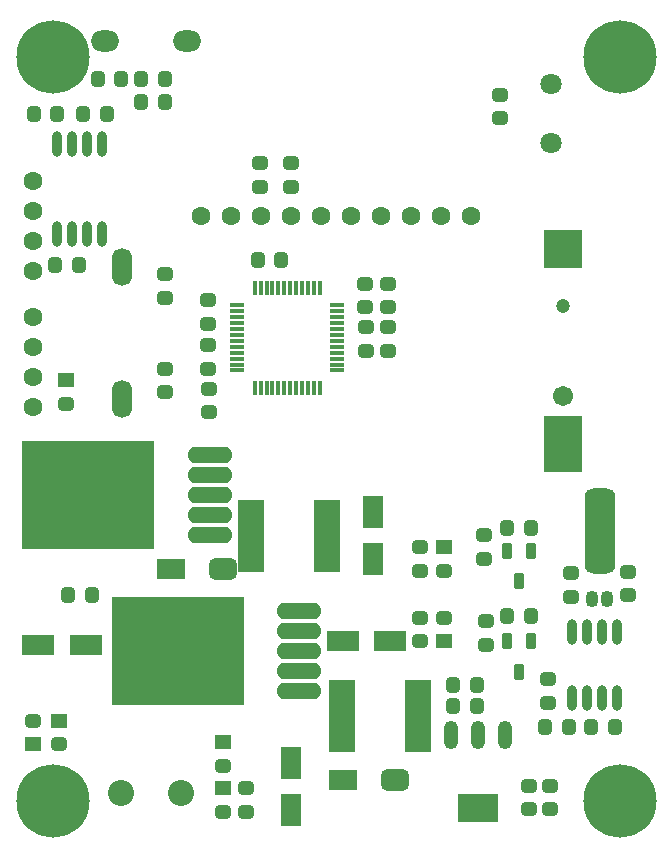
<source format=gts>
G04*
G04 #@! TF.GenerationSoftware,Altium Limited,Altium Designer,22.3.1 (43)*
G04*
G04 Layer_Color=8388736*
%FSLAX44Y44*%
%MOMM*%
G71*
G04*
G04 #@! TF.SameCoordinates,ED8E76AF-2C1D-4F3D-8887-468E79F1A133*
G04*
G04*
G04 #@! TF.FilePolarity,Negative*
G04*
G01*
G75*
%ADD34R,0.3048X1.1938*%
%ADD35R,1.1938X0.3048*%
%ADD44O,1.2032X2.4032*%
%ADD45R,3.4032X2.4032*%
G04:AMPARAMS|DCode=46|XSize=1.15mm|YSize=1.35mm|CornerRadius=0.325mm|HoleSize=0mm|Usage=FLASHONLY|Rotation=0.000|XOffset=0mm|YOffset=0mm|HoleType=Round|Shape=RoundedRectangle|*
%AMROUNDEDRECTD46*
21,1,1.1500,0.7000,0,0,0.0*
21,1,0.5000,1.3500,0,0,0.0*
1,1,0.6500,0.2500,-0.3500*
1,1,0.6500,-0.2500,-0.3500*
1,1,0.6500,-0.2500,0.3500*
1,1,0.6500,0.2500,0.3500*
%
%ADD46ROUNDEDRECTD46*%
G04:AMPARAMS|DCode=47|XSize=1.15mm|YSize=1.35mm|CornerRadius=0.325mm|HoleSize=0mm|Usage=FLASHONLY|Rotation=90.000|XOffset=0mm|YOffset=0mm|HoleType=Round|Shape=RoundedRectangle|*
%AMROUNDEDRECTD47*
21,1,1.1500,0.7000,0,0,90.0*
21,1,0.5000,1.3500,0,0,90.0*
1,1,0.6500,0.3500,0.2500*
1,1,0.6500,0.3500,-0.2500*
1,1,0.6500,-0.3500,-0.2500*
1,1,0.6500,-0.3500,0.2500*
%
%ADD47ROUNDEDRECTD47*%
%ADD48R,1.3500X1.1500*%
%ADD49O,1.7032X3.2032*%
G04:AMPARAMS|DCode=50|XSize=0.9mm|YSize=1.4mm|CornerRadius=0.275mm|HoleSize=0mm|Usage=FLASHONLY|Rotation=0.000|XOffset=0mm|YOffset=0mm|HoleType=Round|Shape=RoundedRectangle|*
%AMROUNDEDRECTD50*
21,1,0.9000,0.8500,0,0,0.0*
21,1,0.3500,1.4000,0,0,0.0*
1,1,0.5500,0.1750,-0.4250*
1,1,0.5500,-0.1750,-0.4250*
1,1,0.5500,-0.1750,0.4250*
1,1,0.5500,0.1750,0.4250*
%
%ADD50ROUNDEDRECTD50*%
%ADD51R,2.2032X6.2032*%
%ADD52R,11.2032X9.2032*%
%ADD53O,3.8032X1.4032*%
%ADD54R,1.8032X2.8032*%
%ADD55R,2.4032X1.8032*%
G04:AMPARAMS|DCode=56|XSize=1.8032mm|YSize=2.4032mm|CornerRadius=0.5016mm|HoleSize=0mm|Usage=FLASHONLY|Rotation=90.000|XOffset=0mm|YOffset=0mm|HoleType=Round|Shape=RoundedRectangle|*
%AMROUNDEDRECTD56*
21,1,1.8032,1.4000,0,0,90.0*
21,1,0.8000,2.4032,0,0,90.0*
1,1,1.0032,0.7000,0.4000*
1,1,1.0032,0.7000,-0.4000*
1,1,1.0032,-0.7000,-0.4000*
1,1,1.0032,-0.7000,0.4000*
%
%ADD56ROUNDEDRECTD56*%
%ADD57R,2.8032X1.8032*%
%ADD58O,0.8032X2.2032*%
G04:AMPARAMS|DCode=59|XSize=2.6032mm|YSize=7.2032mm|CornerRadius=0.7016mm|HoleSize=0mm|Usage=FLASHONLY|Rotation=0.000|XOffset=0mm|YOffset=0mm|HoleType=Round|Shape=RoundedRectangle|*
%AMROUNDEDRECTD59*
21,1,2.6032,5.8000,0,0,0.0*
21,1,1.2000,7.2032,0,0,0.0*
1,1,1.4032,0.6000,-2.9000*
1,1,1.4032,-0.6000,-2.9000*
1,1,1.4032,-0.6000,2.9000*
1,1,1.4032,0.6000,2.9000*
%
%ADD59ROUNDEDRECTD59*%
%ADD60O,2.4000X1.8000*%
%ADD61R,3.2032X3.2032*%
%ADD62R,3.2032X4.7032*%
%ADD63C,2.2032*%
%ADD64C,6.2000*%
%ADD65C,1.6032*%
%ADD66O,1.1000X1.4000*%
%ADD67C,1.7032*%
%ADD68C,1.2032*%
%ADD69C,1.8032*%
%ADD70C,1.6000*%
%ADD71C,1.0032*%
D34*
X206142Y384500D02*
D03*
X211142D02*
D03*
X216142D02*
D03*
X221142D02*
D03*
X226142D02*
D03*
X231142D02*
D03*
X236142D02*
D03*
X241142D02*
D03*
X246142D02*
D03*
X251142D02*
D03*
X256142D02*
D03*
X261142D02*
D03*
Y469500D02*
D03*
X256142D02*
D03*
X251142D02*
D03*
X246142D02*
D03*
X241142D02*
D03*
X236142D02*
D03*
X231142D02*
D03*
X226142D02*
D03*
X221142D02*
D03*
X216142D02*
D03*
X211142D02*
D03*
X206142D02*
D03*
D35*
X276142Y399500D02*
D03*
Y404500D02*
D03*
Y409500D02*
D03*
Y414500D02*
D03*
Y419500D02*
D03*
Y424500D02*
D03*
Y429500D02*
D03*
Y434500D02*
D03*
Y439500D02*
D03*
Y444500D02*
D03*
Y449500D02*
D03*
Y454500D02*
D03*
X191142D02*
D03*
Y449500D02*
D03*
Y444500D02*
D03*
Y439500D02*
D03*
Y434500D02*
D03*
Y429500D02*
D03*
Y424500D02*
D03*
Y419500D02*
D03*
Y414500D02*
D03*
Y409500D02*
D03*
Y404500D02*
D03*
Y399500D02*
D03*
D44*
X418000Y91000D02*
D03*
X395000D02*
D03*
X372000D02*
D03*
D45*
X395000Y29000D02*
D03*
D46*
X394000Y133000D02*
D03*
X374000D02*
D03*
X394000Y115000D02*
D03*
X374000D02*
D03*
X472000Y98000D02*
D03*
X452000D02*
D03*
X440000Y266000D02*
D03*
X420000D02*
D03*
X68000Y209000D02*
D03*
X48000D02*
D03*
X208642Y493000D02*
D03*
X228642D02*
D03*
X420000Y192000D02*
D03*
X440000D02*
D03*
X57000Y489000D02*
D03*
X37000D02*
D03*
X39000Y617000D02*
D03*
X19000D02*
D03*
X93000Y646000D02*
D03*
X73000D02*
D03*
X61000Y617000D02*
D03*
X81000D02*
D03*
X130000Y646000D02*
D03*
X110000D02*
D03*
X110000Y627000D02*
D03*
X130000D02*
D03*
X491000Y98000D02*
D03*
X511000D02*
D03*
D47*
X456000Y48000D02*
D03*
Y28000D02*
D03*
X438000Y48000D02*
D03*
Y28000D02*
D03*
X319000Y473000D02*
D03*
Y453000D02*
D03*
X46000Y371000D02*
D03*
X167000Y384000D02*
D03*
Y364000D02*
D03*
X40000Y83000D02*
D03*
X18000Y103000D02*
D03*
X237000Y555000D02*
D03*
Y575000D02*
D03*
X211000Y555000D02*
D03*
Y575000D02*
D03*
X454000Y118000D02*
D03*
Y138000D02*
D03*
X166642Y439000D02*
D03*
Y459000D02*
D03*
X179000Y26000D02*
D03*
X130000Y461000D02*
D03*
Y481000D02*
D03*
Y401000D02*
D03*
Y381000D02*
D03*
X199000Y26000D02*
D03*
Y46000D02*
D03*
X179000Y65000D02*
D03*
X522000Y229000D02*
D03*
Y209000D02*
D03*
X474000Y228000D02*
D03*
Y208000D02*
D03*
X366000Y190000D02*
D03*
X346000Y170000D02*
D03*
Y190000D02*
D03*
X366000Y230000D02*
D03*
X346000Y250000D02*
D03*
Y230000D02*
D03*
X166642Y401000D02*
D03*
Y421000D02*
D03*
X400000Y260000D02*
D03*
Y240000D02*
D03*
X402000Y187000D02*
D03*
Y167000D02*
D03*
X414000Y613000D02*
D03*
Y633000D02*
D03*
X319000Y416000D02*
D03*
Y436000D02*
D03*
X300000Y416000D02*
D03*
Y436000D02*
D03*
X299642Y473000D02*
D03*
Y453000D02*
D03*
D48*
X46000Y391000D02*
D03*
X40000Y103000D02*
D03*
X18000Y83000D02*
D03*
X179000Y46000D02*
D03*
Y85000D02*
D03*
X366000Y170000D02*
D03*
Y250000D02*
D03*
D49*
X94000Y487000D02*
D03*
Y375000D02*
D03*
D50*
X440000Y247000D02*
D03*
X420000D02*
D03*
X430000Y221000D02*
D03*
Y144000D02*
D03*
X420000Y170000D02*
D03*
X440000D02*
D03*
D51*
X267000Y259000D02*
D03*
X203000D02*
D03*
X280000Y107000D02*
D03*
X344000D02*
D03*
D52*
X141000Y162000D02*
D03*
X65000Y294000D02*
D03*
D53*
X244000Y196036D02*
D03*
Y179018D02*
D03*
Y162000D02*
D03*
Y144982D02*
D03*
Y127964D02*
D03*
X168000Y259964D02*
D03*
Y276982D02*
D03*
Y294000D02*
D03*
Y311018D02*
D03*
Y328036D02*
D03*
D54*
X237000Y27000D02*
D03*
Y67000D02*
D03*
X306000Y280000D02*
D03*
Y240000D02*
D03*
D55*
X135000Y231000D02*
D03*
X281000Y53000D02*
D03*
D56*
X179000Y231000D02*
D03*
X325000Y53000D02*
D03*
D57*
X63000Y167000D02*
D03*
X23000D02*
D03*
X321000Y170000D02*
D03*
X281000D02*
D03*
D58*
X513050Y178000D02*
D03*
X500350D02*
D03*
X487650D02*
D03*
X474950D02*
D03*
X513050Y122000D02*
D03*
X500350D02*
D03*
X487650D02*
D03*
X474950D02*
D03*
X77050Y591000D02*
D03*
X38950Y515000D02*
D03*
X77050D02*
D03*
X51650D02*
D03*
X64350D02*
D03*
X51650Y591000D02*
D03*
X38950D02*
D03*
X64350D02*
D03*
D59*
X498112Y263626D02*
D03*
D60*
X149000Y678000D02*
D03*
X79000D02*
D03*
D61*
X467000Y502000D02*
D03*
D62*
Y337000D02*
D03*
D63*
X92600Y42000D02*
D03*
X143400D02*
D03*
D64*
X515000Y35000D02*
D03*
X35000D02*
D03*
X515000Y665000D02*
D03*
X35000D02*
D03*
D65*
X18000Y445100D02*
D03*
Y419700D02*
D03*
Y394300D02*
D03*
Y368900D02*
D03*
Y560100D02*
D03*
Y534700D02*
D03*
Y509300D02*
D03*
Y483900D02*
D03*
D66*
X492000Y206000D02*
D03*
X504000D02*
D03*
D67*
X467000Y378000D02*
D03*
D68*
Y454000D02*
D03*
D69*
X457000Y642000D02*
D03*
Y592000D02*
D03*
D70*
X160700Y530000D02*
D03*
X186100D02*
D03*
X211500D02*
D03*
X236900D02*
D03*
X262300D02*
D03*
X287700D02*
D03*
X313100D02*
D03*
X338500D02*
D03*
X363900D02*
D03*
X389300D02*
D03*
D71*
X531971Y51971D02*
D03*
X498030Y18030D02*
D03*
X539000Y35000D02*
D03*
X491000D02*
D03*
X531971Y18030D02*
D03*
X498030Y51971D02*
D03*
X515000Y59000D02*
D03*
Y11000D02*
D03*
X51971Y51971D02*
D03*
X18030Y18030D02*
D03*
X59000Y35000D02*
D03*
X11000D02*
D03*
X51971Y18030D02*
D03*
X18030Y51971D02*
D03*
X35000Y59000D02*
D03*
Y11000D02*
D03*
X531971Y681971D02*
D03*
X498030Y648029D02*
D03*
X539000Y665000D02*
D03*
X491000D02*
D03*
X531971Y648029D02*
D03*
X498030Y681971D02*
D03*
X515000Y689000D02*
D03*
Y641000D02*
D03*
X51971Y681971D02*
D03*
X18030Y648029D02*
D03*
X59000Y665000D02*
D03*
X11000D02*
D03*
X51971Y648029D02*
D03*
X18030Y681971D02*
D03*
X35000Y689000D02*
D03*
Y641000D02*
D03*
M02*

</source>
